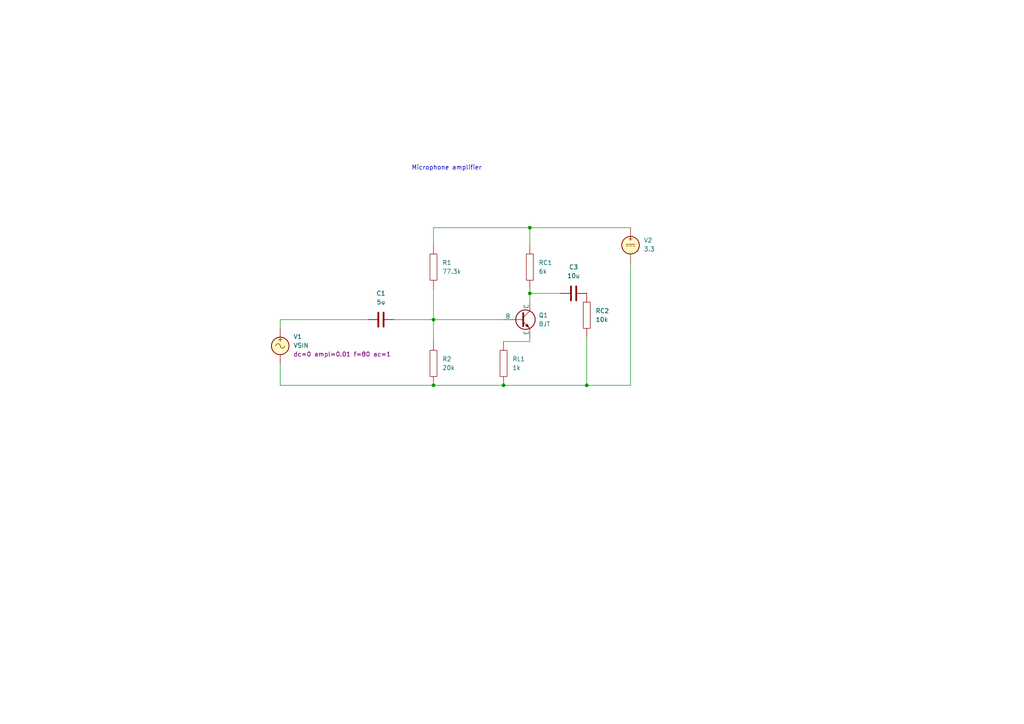
<source format=kicad_sch>
(kicad_sch (version 20231120) (generator "eeschema") (generator_version "8.0")
  (paper "A4")
  (lib_symbols
    (symbol "Device:C" (pin_numbers hide) (pin_names (offset 0.254))
      (property "Reference" "C" (at 0.635 2.54 0))
      (property "Value" "C" (at 0.635 -2.54 0))
      (symbol "C_0_1"
        (polyline (pts (xy -2.032 -0.762) (xy 2.032 -0.762)) (stroke (width 0.508)))
        (polyline (pts (xy -2.032 0.762) (xy 2.032 0.762)) (stroke (width 0.508)))
      )
      (symbol "C_1_1"
        (pin passive line (at 0 3.81 270) (length 2.794) (name "~") (number "1"))
        (pin passive line (at 0 -3.81 90) (length 2.794) (name "~") (number "2"))
      )
    )
    (symbol "Simulation_SPICE:NPN" (pin_numbers hide) (pin_names (offset 0))
      (property "Reference" "Q" (at -2.54 7.62 0))
      (property "Value" "NPN" (at -2.54 5.08 0))
      (symbol "NPN_0_1"
        (polyline (pts (xy -2.54 0) (xy 0.635 0)) (stroke (width 0.1524)))
        (polyline (pts (xy 0.635 0.635) (xy 2.54 2.54)))
        (polyline (pts (xy 2.794 -1.27) (xy 2.794 -1.27)) (stroke (width 0.1524)))
        (polyline (pts (xy 2.794 -1.27) (xy 2.794 -1.27)) (stroke (width 0.1524)))
        (polyline (pts (xy 0.635 -0.635) (xy 2.54 -2.54) (xy 2.54 -2.54)))
        (polyline (pts (xy 0.635 1.905) (xy 0.635 -1.905) (xy 0.635 -1.905)) (stroke (width 0.508)))
        (polyline (pts (xy 1.27 -1.778) (xy 1.778 -1.27) (xy 2.286 -2.286) (xy 1.27 -1.778) (xy 1.27 -1.778)) (fill (type outline)))
        (circle (center 1.27 0) (radius 2.8194) (stroke (width 0.254)))
      )
      (symbol "NPN_1_1"
        (pin open_collector line (at 2.54 5.08 270) (length 2.54) (name "C") (number "1"))
        (pin input line (at -5.08 0 0) (length 2.54) (name "B") (number "2"))
        (pin open_emitter line (at 2.54 -5.08 90) (length 2.54) (name "E") (number "3"))
      )
    )
    (symbol "Simulation_SPICE:VDC" (pin_numbers hide) (pin_names (offset 0.0254))
      (property "Reference" "V" (at 2.54 2.54 0))
      (property "Value" "1" (at 2.54 0 0))
      (symbol "VDC_0_0"
        (polyline (pts (xy -1.27 0.254) (xy 1.27 0.254)))
        (polyline (pts (xy -0.762 -0.254) (xy -1.27 -0.254)))
        (polyline (pts (xy 0.254 -0.254) (xy -0.254 -0.254)))
        (polyline (pts (xy 1.27 -0.254) (xy 0.762 -0.254)))
        (text "+" (at 0 1.905 0) (effects (font (size 1.27 1.27))))
      )
      (symbol "VDC_0_1"
        (circle (center 0 0) (radius 2.54) (stroke (width 0.254)) (fill (type background)))
      )
      (symbol "VDC_1_1"
        (pin passive line (at 0 5.08 270) (length 2.54) (name "~") (number "1"))
        (pin passive line (at 0 -5.08 90) (length 2.54) (name "~") (number "2"))
      )
    )
    (symbol "Simulation_SPICE:VSIN" (pin_numbers hide) (pin_names (offset 0.0254))
      (property "Reference" "V" (at 2.54 2.54 0))
      (property "Value" "VSIN" (at 2.54 0 0))
      (property "Sim.Params" "dc=0 ampl=1 f=1k ac=1" (at 2.54 -2.54 0))
      (symbol "VSIN_0_0"
        (arc (start 0 0) (mid -0.635 0.6323) (end -1.27 0))
        (arc (start 0 0) (mid 0.635 -0.6323) (end 1.27 0))
        (text "+" (at 0 1.905 0) (effects (font (size 1.27 1.27))))
      )
      (symbol "VSIN_0_1"
        (circle (center 0 0) (radius 2.54) (stroke (width 0.254)) (fill (type background)))
      )
      (symbol "VSIN_1_1"
        (pin passive line (at 0 5.08 270) (length 2.54) (name "~") (number "1"))
        (pin passive line (at 0 -5.08 90) (length 2.54) (name "~") (number "2"))
      )
    )
    (symbol "pspice:R" (pin_numbers hide) (pin_names (offset 0))
      (property "Reference" "R" (at 2.032 0 90))
      (property "Value" "R" (at 0 0 90))
      (symbol "R_0_1"
        (rectangle (start -1.016 3.81) (end 1.016 -3.81))
      )
      (symbol "R_1_1"
        (pin passive line (at 0 6.35 270) (length 2.54) (name "~") (number "1"))
        (pin passive line (at 0 -6.35 90) (length 2.54) (name "~") (number "2"))
      )
    )
  )
  (junction (at 125.73 92.71))
  (junction (at 125.73 111.76))
  (junction (at 153.67 66.04))
  (junction (at 146.05 111.76))
  (junction (at 153.67 85.09))
  (junction (at 170.18 111.76))
  (wire (pts (xy 153.67 66.04) (xy 125.73 66.04)))
  (wire (pts (xy 81.28 111.76) (xy 125.73 111.76)))
  (wire (pts (xy 182.88 76.2) (xy 182.88 111.76)))
  (wire (pts (xy 153.67 97.79) (xy 153.67 99.06)))
  (wire (pts (xy 125.73 111.76) (xy 146.05 111.76)))
  (wire (pts (xy 125.73 92.71) (xy 146.05 92.71)))
  (wire (pts (xy 125.73 83.82) (xy 125.73 92.71)))
  (wire (pts (xy 125.73 66.04) (xy 125.73 71.12)))
  (wire (pts (xy 182.88 66.04) (xy 153.67 66.04)))
  (wire (pts (xy 146.05 99.06) (xy 153.67 99.06)))
  (wire (pts (xy 114.3 92.71) (xy 125.73 92.71)))
  (wire (pts (xy 153.67 85.09) (xy 153.67 87.63)))
  (wire (pts (xy 153.67 83.82) (xy 153.67 85.09)))
  (wire (pts (xy 125.73 92.71) (xy 125.73 99.06)))
  (wire (pts (xy 153.67 85.09) (xy 162.56 85.09)))
  (wire (pts (xy 153.67 66.04) (xy 153.67 71.12)))
  (wire (pts (xy 81.28 92.71) (xy 106.68 92.71)))
  (wire (pts (xy 170.18 111.76) (xy 182.88 111.76)))
  (wire (pts (xy 81.28 95.25) (xy 81.28 92.71)))
  (wire (pts (xy 170.18 97.79) (xy 170.18 111.76)))
  (wire (pts (xy 81.28 105.41) (xy 81.28 111.76)))
  (wire (pts (xy 146.05 111.76) (xy 170.18 111.76)))
  (text "Microphone amplifier" (at 129.54 48.768 0) (effects (font (size 1.27 1.27))))
  (symbol (lib_id "pspice:R") (at 170.18 91.44 180) (unit 1)
    (property "Reference" "RC2" (at 172.72 90.1699 0) (effects (justify right)))
    (property "Value" "10k" (at 172.72 92.7099 0) (effects (justify right)))
  )
  (symbol (lib_id "pspice:R") (at 146.05 105.41 180) (unit 1)
    (property "Reference" "RL1" (at 148.59 104.1399 0) (effects (justify right)))
    (property "Value" "1k" (at 148.59 106.6799 0) (effects (justify right)))
  )
  (symbol (lib_id "Device:C") (at 110.49 92.71 90) (unit 1)
    (property "Reference" "C1" (at 110.49 85.09 90))
    (property "Value" "5u" (at 110.49 87.63 90))
    (property "Description" "Unpolarized capacitor" (effects (hide yes)))
  )
  (symbol (lib_id "Simulation_SPICE:VDC") (at 182.88 71.12 0) (unit 1)
    (property "Reference" "V2" (at 186.69 69.7202 0) (effects (justify left)))
    (property "Value" "3.3" (at 186.69 72.2602 0) (effects (justify left)))
    (property "Sim.Pins" "1=+ 2=-" (effects (hide yes)))
    (property "Sim.Type" "DC" (effects (hide yes)))
    (property "Sim.Device" "V" (effects (hide yes)))
  )
  (symbol (lib_id "pspice:R") (at 153.67 77.47 180) (unit 1)
    (property "Reference" "RC1" (at 156.21 76.1999 0) (effects (justify right)))
    (property "Value" "6k" (at 156.21 78.7399 0) (effects (justify right)))
  )
  (symbol (lib_id "Simulation_SPICE:VSIN") (at 81.28 100.33 0) (unit 1)
    (property "Reference" "V1" (at 85.09 97.6602 0) (effects (justify left)))
    (property "Value" "VSIN" (at 85.09 100.2002 0) (effects (justify left)))
    (property "Sim.Pins" "1=+ 2=-" (effects (hide yes)))
    (property "Sim.Params" "dc=0 ampl=0.01 f=80 ac=1" (at 85.09 102.7402 0) (effects (justify left)))
    (property "Sim.Type" "SIN" (effects (hide yes)))
    (property "Sim.Device" "V" (effects (hide yes)))
  )
  (symbol (lib_id "Device:C") (at 166.37 85.09 90) (unit 1)
    (property "Reference" "C3" (at 166.37 77.47 90))
    (property "Value" "10u" (at 166.37 80.01 90))
    (property "Description" "Unpolarized capacitor" (effects (hide yes)))
  )
  (symbol (lib_id "pspice:R") (at 125.73 77.47 180) (unit 1)
    (property "Reference" "R1" (at 128.27 76.1999 0) (effects (justify right)))
    (property "Value" "77.3k" (at 128.27 78.7399 0) (effects (justify right)))
  )
  (symbol (lib_id "pspice:R") (at 125.73 105.41 180) (unit 1)
    (property "Reference" "R2" (at 128.27 104.1399 0) (effects (justify right)))
    (property "Value" "20k" (at 128.27 106.6799 0) (effects (justify right)))
  )
  (symbol (lib_id "Simulation_SPICE:NPN") (at 151.13 92.71 0) (unit 1)
    (property "Reference" "Q1" (at 156.21 91.4399 0) (effects (justify left)))
    (property "Value" "BJT" (at 156.21 93.9799 0) (effects (justify left)))
    (property "Datasheet" "https://ngspice.sourceforge.io/docs/ngspice-html-manual/manual.xhtml#cha_BJTs" (effects (hide yes)))
    (property "Description" "Bipolar transistor symbol for simulation only, substrate tied to the emitter" (effects (hide yes)))
    (property "Sim.Library" "2N3904.lib" (effects (hide yes)))
    (property "Sim.Name" "2N3904" (effects (hide yes)))
    (property "Sim.Pins" "1=C 2=B 3=E" (effects (hide yes)))
    (property "Sim.Device" "NPN" (effects (hide yes)))
    (property "Sim.Type" "GUMMELPOON" (effects (hide yes)))
  )
)
</source>
